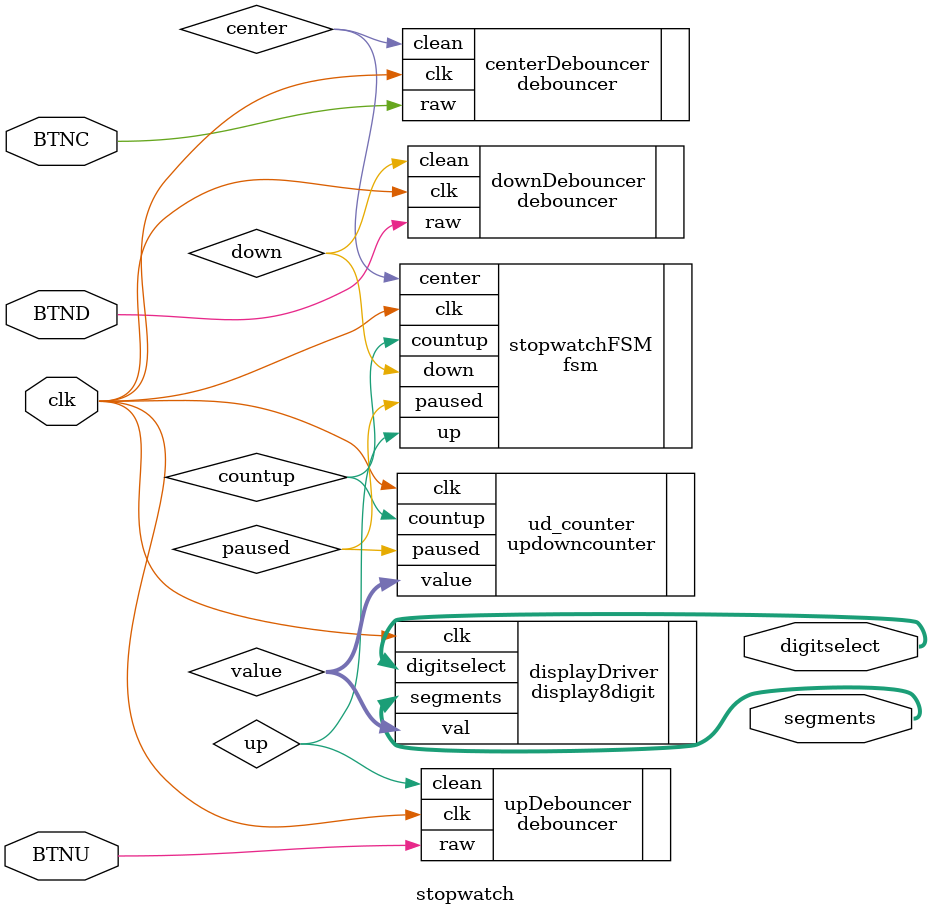
<source format=sv>
`timescale 1ns / 1ps

module stopwatch(
    input wire clk, 
    input wire BTNU, BTNC, BTND,
    output logic[7:0] segments, 
    output logic[7:0] digitselect
    );
    
    // Value of N that debounces signal for 
    // approx 1/10 second 
    localparam N = 20; 
    
    /*
    Take the raw button input from the FPGA and 
    create debounced logical signal to feed to the
    FSM that controls the stopwatch. 
    
    Initial state is counting up starting from 0
    */
    logic up, center, down; 
    
    debouncer #(N) upDebouncer (
        .clk(clk), 
        .raw(BTNU),
        .clean(up)
    );
    debouncer #(N) centerDebouncer (
        .clk(clk), 
        .raw(BTNC), 
        .clean(center)
    );
    debouncer #(N) downDebouncer (
        .clk(clk), 
        .raw(BTND), 
        .clean(down)
    ); 
    
    /*
    Feed the debounced logical values to the FSM to get the 
    current state, defined by the two logic variables countup 
    and paused 
    */
    wire countup, paused; 
  
    fsm stopwatchFSM(
        .clk(clk), 
        .up(up), 
        .center(center), 
        .down(down), 
        .countup(countup),
        .paused(paused)
    ); 
    
    /*
    This is the value that drives the 8 bit display 
    it is set by the updowncounter module based on 
    the current state of the driving FSM
    */  
    wire[31:0] value;
    
    updowncounter ud_counter(
        .clk(clk), 
        .countup(countup), 
        .paused(paused), 
        .value(value)
    );
    
    /*
    Drive the display 
    */
    display8digit displayDriver(
        .val(value), 
        .clk(clk), 
        .segments(segments), 
        .digitselect(digitselect)
    ); 
    
    
endmodule

</source>
